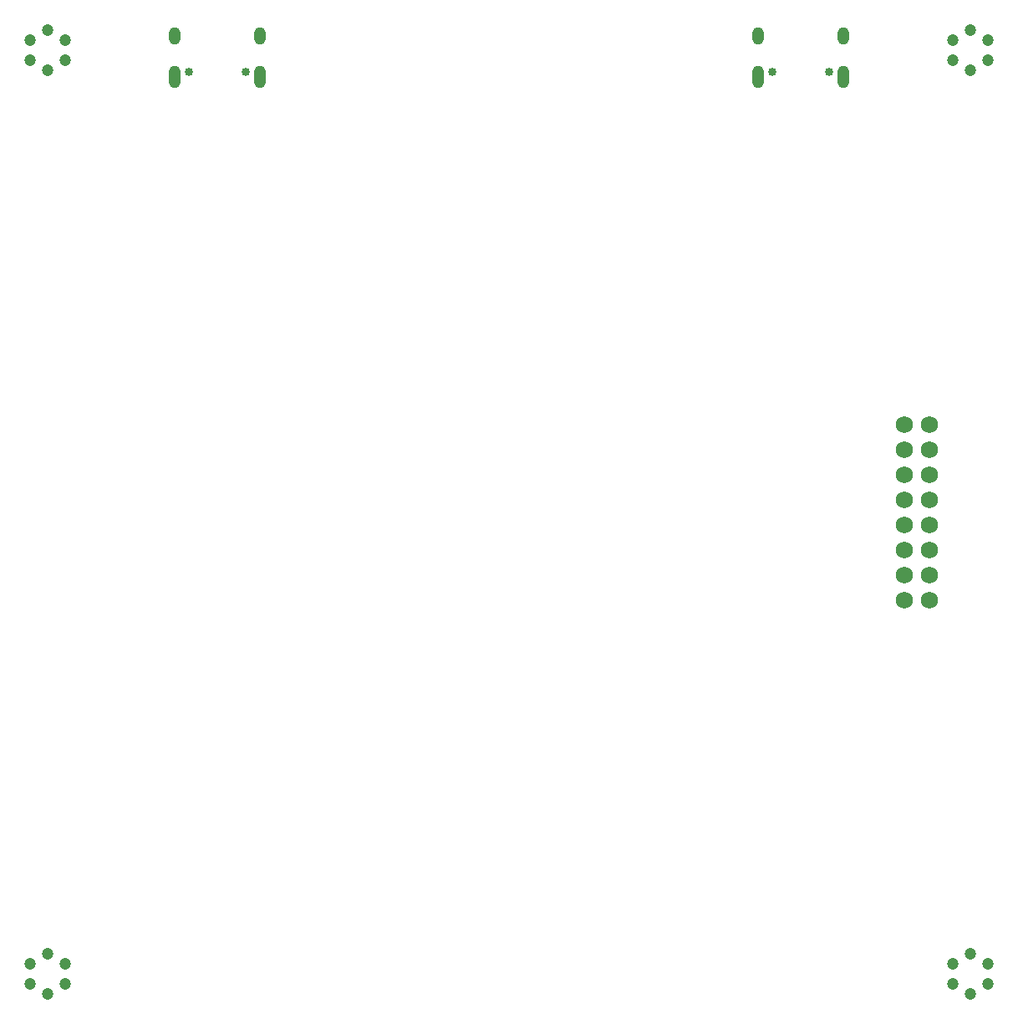
<source format=gbs>
G04*
G04 #@! TF.GenerationSoftware,Altium Limited,Altium Designer,21.9.2 (33)*
G04*
G04 Layer_Color=16711935*
%FSLAX25Y25*%
%MOIN*%
G70*
G04*
G04 #@! TF.SameCoordinates,73920E6A-4BEC-4EA8-B9E3-355B446DA2E4*
G04*
G04*
G04 #@! TF.FilePolarity,Negative*
G04*
G01*
G75*
%ADD46C,0.06800*%
%ADD47O,0.04737X0.07099*%
%ADD48O,0.04737X0.09068*%
%ADD50C,0.03359*%
%ADD52C,0.04737*%
D46*
X642500Y240000D02*
D03*
X632500D02*
D03*
X642500Y250000D02*
D03*
X632500D02*
D03*
X642500Y260000D02*
D03*
X632500D02*
D03*
X642500Y270000D02*
D03*
X632500D02*
D03*
X642500Y280000D02*
D03*
X632500D02*
D03*
X642500Y290000D02*
D03*
X632500D02*
D03*
X642500Y300000D02*
D03*
X632500D02*
D03*
X642500Y310000D02*
D03*
X632500D02*
D03*
D47*
X608258Y465000D02*
D03*
X574242D02*
D03*
X375758D02*
D03*
X341742D02*
D03*
D48*
X574242Y448661D02*
D03*
X608258D02*
D03*
X341742D02*
D03*
X375758D02*
D03*
D50*
X602628Y450630D02*
D03*
X579872D02*
D03*
X370128D02*
D03*
X347372D02*
D03*
D52*
X284017Y455055D02*
D03*
X290945Y451055D02*
D03*
X297873Y455055D02*
D03*
Y463055D02*
D03*
X290945Y467055D02*
D03*
X284017Y463055D02*
D03*
Y86945D02*
D03*
X290945Y82945D02*
D03*
X297873Y86945D02*
D03*
Y94945D02*
D03*
X290945Y98945D02*
D03*
X284017Y94945D02*
D03*
X652127Y86945D02*
D03*
X659055Y82945D02*
D03*
X665983Y86945D02*
D03*
Y94945D02*
D03*
X659055Y98945D02*
D03*
X652127Y94945D02*
D03*
Y455055D02*
D03*
X659055Y451055D02*
D03*
X665983Y455055D02*
D03*
Y463055D02*
D03*
X659055Y467055D02*
D03*
X652127Y463055D02*
D03*
M02*

</source>
